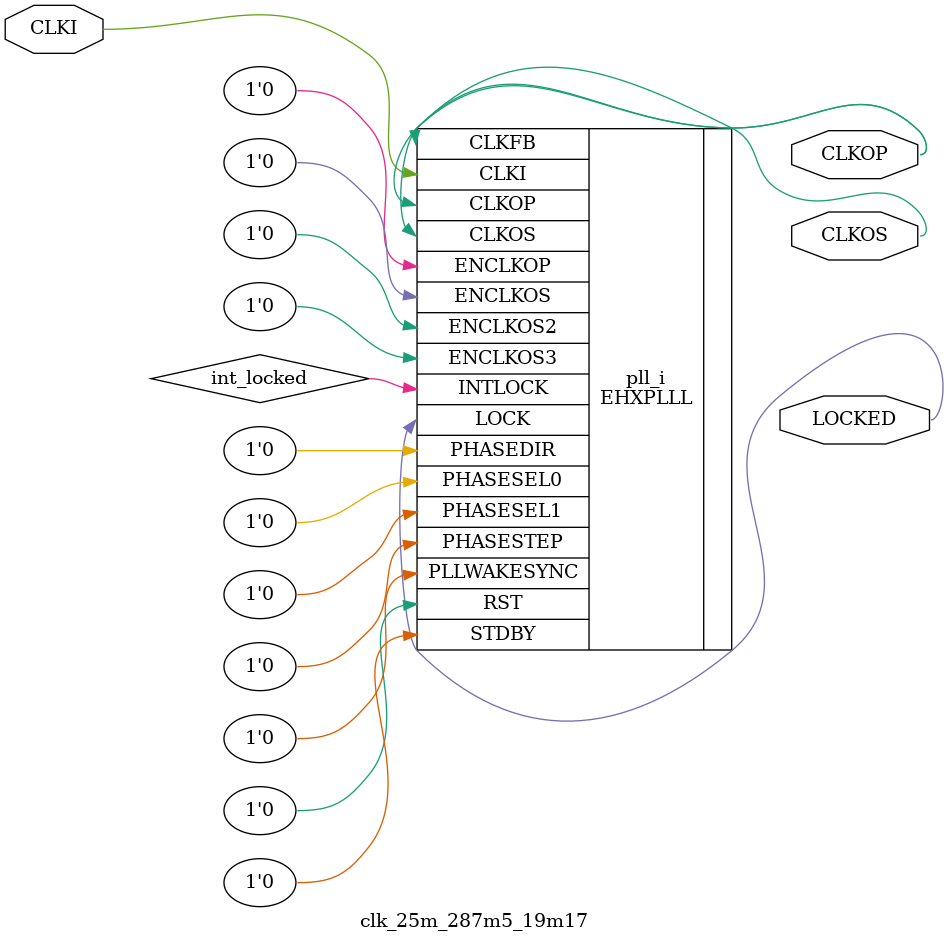
<source format=v>
module clk_25m_287m5_19m17
(
  input CLKI, // 25
  output CLKOP, // clk_287M5Hz,
  output CLKOS, // clk_19M166Hz,
  output LOCKED
);
    wire int_locked;

    (* ICP_CURRENT="5" *) (* LPF_RESISTOR="16" *) (* MFG_ENABLE_FILTEROPAMP="1" *) (* MFG_GMCREF_SEL="2" *)
    EHXPLLL
    #(
        .PLLRST_ENA("DISABLED"),
        .INTFB_WAKE("DISABLED"),
        .STDBY_ENABLE("DISABLED"),
        .DPHASE_SOURCE("DISABLED"),
        .CLKOS_FPHASE(0),
        .CLKOP_FPHASE(0),
        .CLKOS3_CPHASE(0),
        .CLKOS2_CPHASE(0),
        .CLKOS_CPHASE(29),
        .CLKOP_CPHASE(1),
        .OUTDIVIDER_MUXD("DIVD"),
        .OUTDIVIDER_MUXC("DIVC"),
        .OUTDIVIDER_MUXB("DIVB"),
        .OUTDIVIDER_MUXA("DIVA"),
        .CLKOS3_ENABLE("DISABLED"),
        .CLKOS2_ENABLE("DISABLED"),
        .CLKOS_ENABLE("ENABLED"),
        .CLKOP_ENABLE("ENABLED"),
        .CLKOS3_DIV(1),
        .CLKOS2_DIV(1),
        .CLKOS_DIV(30),
        .CLKOP_DIV(2),
        .CLKFB_DIV(23),
        .CLKI_DIV(2),
        .FEEDBK_PATH("CLKOP")
    )
    pll_i
    (
        .CLKI(CLKI), // 25 MHz
        .CLKFB(CLKOP),
        .CLKOP(CLKOP), // 287.5 MHz
        .CLKOS(CLKOS), // 19.166 MHz
        //.CLKOS2(clk_25MHz), 
        //.CLKOS3(clk_83M333Hz),
        .RST(1'b0),
        .STDBY(1'b0),
        .PHASESEL0(1'b0),
        .PHASESEL1(1'b0),
        .PHASEDIR(1'b0),
        .PHASESTEP(1'b0),
        .PLLWAKESYNC(1'b0),
        .ENCLKOP(1'b0),
        .ENCLKOS(1'b0),
        .ENCLKOS2(1'b0),
        .ENCLKOS3(1'b0),
        .LOCK(LOCKED),
        .INTLOCK(int_locked)
    );
endmodule


</source>
